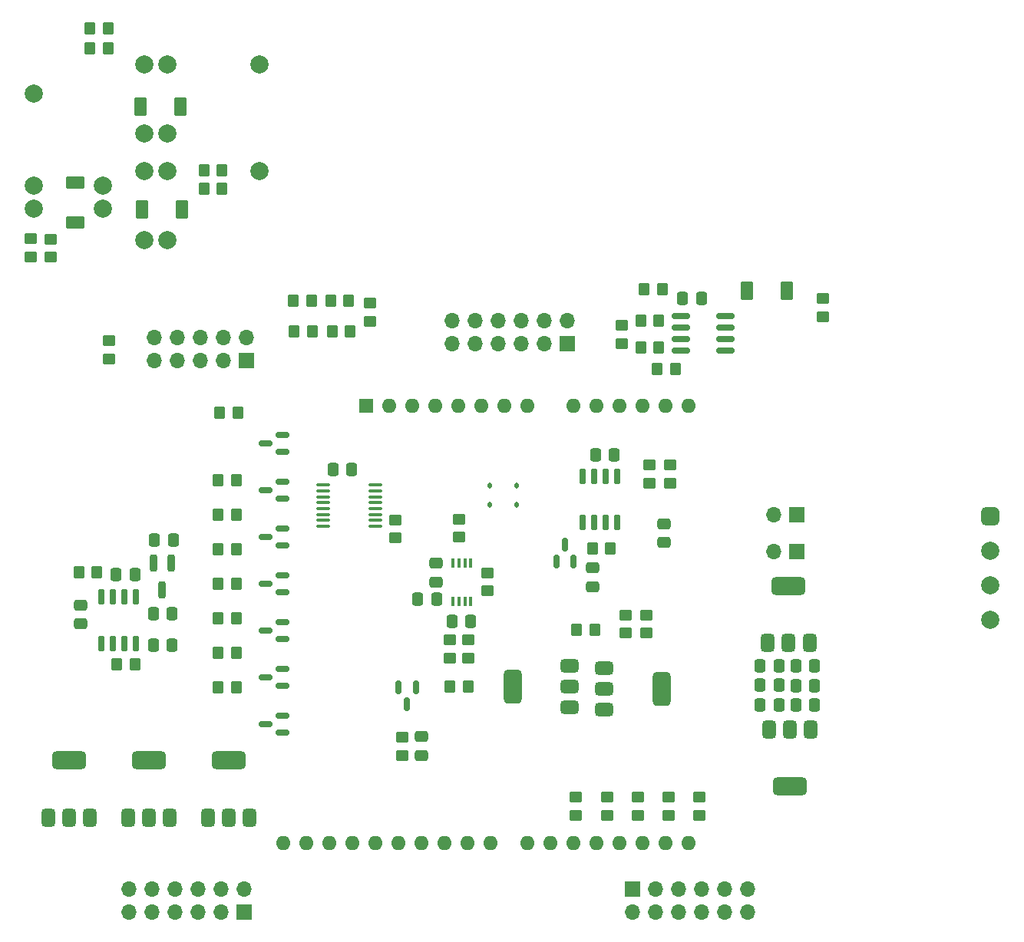
<source format=gbr>
%TF.GenerationSoftware,KiCad,Pcbnew,8.0.1*%
%TF.CreationDate,2024-07-10T12:18:48+02:00*%
%TF.ProjectId,TestBoardArduino,54657374-426f-4617-9264-41726475696e,rev?*%
%TF.SameCoordinates,Original*%
%TF.FileFunction,Soldermask,Bot*%
%TF.FilePolarity,Negative*%
%FSLAX46Y46*%
G04 Gerber Fmt 4.6, Leading zero omitted, Abs format (unit mm)*
G04 Created by KiCad (PCBNEW 8.0.1) date 2024-07-10 12:18:48*
%MOMM*%
%LPD*%
G01*
G04 APERTURE LIST*
G04 Aperture macros list*
%AMRoundRect*
0 Rectangle with rounded corners*
0 $1 Rounding radius*
0 $2 $3 $4 $5 $6 $7 $8 $9 X,Y pos of 4 corners*
0 Add a 4 corners polygon primitive as box body*
4,1,4,$2,$3,$4,$5,$6,$7,$8,$9,$2,$3,0*
0 Add four circle primitives for the rounded corners*
1,1,$1+$1,$2,$3*
1,1,$1+$1,$4,$5*
1,1,$1+$1,$6,$7*
1,1,$1+$1,$8,$9*
0 Add four rect primitives between the rounded corners*
20,1,$1+$1,$2,$3,$4,$5,0*
20,1,$1+$1,$4,$5,$6,$7,0*
20,1,$1+$1,$6,$7,$8,$9,0*
20,1,$1+$1,$8,$9,$2,$3,0*%
G04 Aperture macros list end*
%ADD10R,1.600000X1.600000*%
%ADD11O,1.600000X1.600000*%
%ADD12C,2.000000*%
%ADD13R,1.700000X1.700000*%
%ADD14O,1.700000X1.700000*%
%ADD15RoundRect,0.500000X-0.500000X0.500000X-0.500000X-0.500000X0.500000X-0.500000X0.500000X0.500000X0*%
%ADD16RoundRect,0.250000X-0.337500X-0.475000X0.337500X-0.475000X0.337500X0.475000X-0.337500X0.475000X0*%
%ADD17RoundRect,0.250000X0.450000X-0.350000X0.450000X0.350000X-0.450000X0.350000X-0.450000X-0.350000X0*%
%ADD18RoundRect,0.250000X0.350000X0.450000X-0.350000X0.450000X-0.350000X-0.450000X0.350000X-0.450000X0*%
%ADD19RoundRect,0.150000X0.587500X0.150000X-0.587500X0.150000X-0.587500X-0.150000X0.587500X-0.150000X0*%
%ADD20RoundRect,0.250000X0.337500X0.475000X-0.337500X0.475000X-0.337500X-0.475000X0.337500X-0.475000X0*%
%ADD21RoundRect,0.250000X-0.350000X-0.450000X0.350000X-0.450000X0.350000X0.450000X-0.350000X0.450000X0*%
%ADD22RoundRect,0.250000X-0.475000X0.337500X-0.475000X-0.337500X0.475000X-0.337500X0.475000X0.337500X0*%
%ADD23RoundRect,0.250000X-0.450000X0.350000X-0.450000X-0.350000X0.450000X-0.350000X0.450000X0.350000X0*%
%ADD24RoundRect,0.375000X0.375000X-0.625000X0.375000X0.625000X-0.375000X0.625000X-0.375000X-0.625000X0*%
%ADD25RoundRect,0.500000X1.400000X-0.500000X1.400000X0.500000X-1.400000X0.500000X-1.400000X-0.500000X0*%
%ADD26RoundRect,0.112500X0.112500X-0.187500X0.112500X0.187500X-0.112500X0.187500X-0.112500X-0.187500X0*%
%ADD27RoundRect,0.100000X0.637500X0.100000X-0.637500X0.100000X-0.637500X-0.100000X0.637500X-0.100000X0*%
%ADD28RoundRect,0.375000X0.625000X0.375000X-0.625000X0.375000X-0.625000X-0.375000X0.625000X-0.375000X0*%
%ADD29RoundRect,0.500000X0.500000X1.400000X-0.500000X1.400000X-0.500000X-1.400000X0.500000X-1.400000X0*%
%ADD30RoundRect,0.250000X0.450000X0.800000X-0.450000X0.800000X-0.450000X-0.800000X0.450000X-0.800000X0*%
%ADD31RoundRect,0.250000X0.475000X-0.337500X0.475000X0.337500X-0.475000X0.337500X-0.475000X-0.337500X0*%
%ADD32RoundRect,0.150000X-0.150000X0.725000X-0.150000X-0.725000X0.150000X-0.725000X0.150000X0.725000X0*%
%ADD33RoundRect,0.250000X0.800000X-0.450000X0.800000X0.450000X-0.800000X0.450000X-0.800000X-0.450000X0*%
%ADD34R,0.400000X1.100000*%
%ADD35RoundRect,0.375000X-0.375000X0.625000X-0.375000X-0.625000X0.375000X-0.625000X0.375000X0.625000X0*%
%ADD36RoundRect,0.500000X-1.400000X0.500000X-1.400000X-0.500000X1.400000X-0.500000X1.400000X0.500000X0*%
%ADD37RoundRect,0.250000X-0.450000X-0.800000X0.450000X-0.800000X0.450000X0.800000X-0.450000X0.800000X0*%
%ADD38RoundRect,0.150000X0.825000X0.150000X-0.825000X0.150000X-0.825000X-0.150000X0.825000X-0.150000X0*%
%ADD39RoundRect,0.150000X0.150000X-0.587500X0.150000X0.587500X-0.150000X0.587500X-0.150000X-0.587500X0*%
%ADD40RoundRect,0.150000X-0.150000X0.587500X-0.150000X-0.587500X0.150000X-0.587500X0.150000X0.587500X0*%
%ADD41RoundRect,0.200000X-0.200000X0.750000X-0.200000X-0.750000X0.200000X-0.750000X0.200000X0.750000X0*%
%ADD42RoundRect,0.375000X-0.625000X-0.375000X0.625000X-0.375000X0.625000X0.375000X-0.625000X0.375000X0*%
%ADD43RoundRect,0.500000X-0.500000X-1.400000X0.500000X-1.400000X0.500000X1.400000X-0.500000X1.400000X0*%
%ADD44RoundRect,0.150000X0.150000X-0.725000X0.150000X0.725000X-0.150000X0.725000X-0.150000X-0.725000X0*%
G04 APERTURE END LIST*
D10*
%TO.C,A1*%
X103758547Y-74345800D03*
D11*
X106298547Y-74345800D03*
X108838547Y-74345800D03*
X111378547Y-74345800D03*
X113918547Y-74345800D03*
X116458547Y-74345800D03*
X118998547Y-74345800D03*
X121538547Y-74345800D03*
X126618547Y-74345800D03*
X129158547Y-74345800D03*
X131698547Y-74345800D03*
X134238547Y-74345800D03*
X136778547Y-74345800D03*
X139318547Y-74345800D03*
X139318547Y-122605800D03*
X136778547Y-122605800D03*
X134238547Y-122605800D03*
X131698547Y-122605800D03*
X129158547Y-122605800D03*
X126618547Y-122605800D03*
X124078547Y-122605800D03*
X121538547Y-122605800D03*
X117478547Y-122605800D03*
X114938547Y-122605800D03*
X112398547Y-122605800D03*
X109858547Y-122605800D03*
X107318547Y-122605800D03*
X104778547Y-122605800D03*
X102238547Y-122605800D03*
X99698547Y-122605800D03*
X97158547Y-122605800D03*
X94618547Y-122605800D03*
%TD*%
D12*
%TO.C,K3*%
X79270547Y-56114000D03*
X81810547Y-56114000D03*
X79270547Y-48494000D03*
X81810547Y-48494000D03*
X91970547Y-48494000D03*
%TD*%
%TO.C,K2*%
X79270547Y-44338400D03*
X81810547Y-44338400D03*
X79270547Y-36718400D03*
X81810547Y-36718400D03*
X91970547Y-36718400D03*
%TD*%
D13*
%TO.C,J6*%
X151236547Y-86435800D03*
D14*
X148696547Y-86435800D03*
%TD*%
D12*
%TO.C,K1*%
X74767147Y-52631200D03*
X74767147Y-50091200D03*
X67147147Y-52631200D03*
X67147147Y-50091200D03*
X67147147Y-39931200D03*
%TD*%
D13*
%TO.C,J7*%
X151236547Y-90435800D03*
D14*
X148696547Y-90435800D03*
%TD*%
D15*
%TO.C,J5*%
X172643347Y-86588600D03*
D12*
X172643347Y-90398600D03*
X172643347Y-94208600D03*
X172643347Y-98018600D03*
%TD*%
D16*
%TO.C,C2*%
X129075047Y-79822800D03*
X131150047Y-79822800D03*
%TD*%
D17*
%TO.C,R27*%
X75437547Y-69208400D03*
X75437547Y-67208400D03*
%TD*%
D18*
%TO.C,R31*%
X101837547Y-62763400D03*
X99837547Y-62763400D03*
%TD*%
D19*
%TO.C,D6*%
X94577447Y-87893568D03*
X94577447Y-89793568D03*
X92702447Y-88843568D03*
%TD*%
D20*
%TO.C,C6*%
X111527047Y-95748600D03*
X109452047Y-95748600D03*
%TD*%
D17*
%TO.C,R8*%
X135041947Y-82880200D03*
X135041947Y-80880200D03*
%TD*%
D21*
%TO.C,R23*%
X87432947Y-82575400D03*
X89432947Y-82575400D03*
%TD*%
D22*
%TO.C,C3*%
X109905347Y-110900300D03*
X109905347Y-112975300D03*
%TD*%
D18*
%TO.C,R28*%
X102024747Y-66116200D03*
X100024747Y-66116200D03*
%TD*%
D17*
%TO.C,R53*%
X140512347Y-119592600D03*
X140512347Y-117592600D03*
%TD*%
D23*
%TO.C,R58*%
X106966647Y-86965400D03*
X106966647Y-88965400D03*
%TD*%
D19*
%TO.C,D4*%
X94577447Y-103374867D03*
X94577447Y-105274867D03*
X92702447Y-104324867D03*
%TD*%
D24*
%TO.C,U7*%
X152667547Y-100559000D03*
X150367547Y-100559000D03*
D25*
X150367547Y-94259000D03*
D24*
X148067547Y-100559000D03*
%TD*%
D17*
%TO.C,R57*%
X126923347Y-119592600D03*
X126923347Y-117592600D03*
%TD*%
D19*
%TO.C,D3*%
X94577447Y-108535300D03*
X94577447Y-110435300D03*
X92702447Y-109485300D03*
%TD*%
D17*
%TO.C,R56*%
X130320597Y-119592600D03*
X130320597Y-117592600D03*
%TD*%
D26*
%TO.C,D1*%
X120373747Y-85292400D03*
X120373747Y-83192400D03*
%TD*%
D23*
%TO.C,R2*%
X107720947Y-110988600D03*
X107720947Y-112988600D03*
%TD*%
D18*
%TO.C,R16*%
X87892947Y-50419000D03*
X85892947Y-50419000D03*
%TD*%
%TO.C,R50*%
X136051347Y-64987400D03*
X134051347Y-64987400D03*
%TD*%
D21*
%TO.C,R21*%
X87432947Y-86385400D03*
X89432947Y-86385400D03*
%TD*%
D16*
%TO.C,C22*%
X147208547Y-105156000D03*
X149283547Y-105156000D03*
%TD*%
%TO.C,C34*%
X80408347Y-89224200D03*
X82483347Y-89224200D03*
%TD*%
D21*
%TO.C,R44*%
X72089247Y-92780200D03*
X74089247Y-92780200D03*
%TD*%
D17*
%TO.C,R24*%
X66772547Y-57921400D03*
X66772547Y-55921400D03*
%TD*%
%TO.C,R5*%
X134670347Y-99466400D03*
X134670347Y-97466400D03*
%TD*%
D27*
%TO.C,U12*%
X104766847Y-83119800D03*
X104766847Y-83769800D03*
X104766847Y-84419800D03*
X104766847Y-85069800D03*
X104766847Y-85719800D03*
X104766847Y-86369800D03*
X104766847Y-87019800D03*
X104766847Y-87669800D03*
X99041847Y-87669800D03*
X99041847Y-87019800D03*
X99041847Y-86369800D03*
X99041847Y-85719800D03*
X99041847Y-85069800D03*
X99041847Y-84419800D03*
X99041847Y-83769800D03*
X99041847Y-83119800D03*
%TD*%
D17*
%TO.C,R10*%
X115036147Y-102235000D03*
X115036147Y-100235000D03*
%TD*%
%TO.C,R9*%
X112978747Y-102235000D03*
X112978747Y-100235000D03*
%TD*%
D28*
%TO.C,Q2*%
X126237947Y-103075200D03*
X126237947Y-105375200D03*
D29*
X119937947Y-105375200D03*
D28*
X126237947Y-107675200D03*
%TD*%
D22*
%TO.C,C5*%
X111480147Y-91739300D03*
X111480147Y-93814300D03*
%TD*%
D30*
%TO.C,D10*%
X150179947Y-61696600D03*
X145779947Y-61696600D03*
%TD*%
D17*
%TO.C,R22*%
X68985947Y-57972200D03*
X68985947Y-55972200D03*
%TD*%
D21*
%TO.C,R25*%
X87432947Y-94005400D03*
X89432947Y-94005400D03*
%TD*%
D17*
%TO.C,R12*%
X113994747Y-88874600D03*
X113994747Y-86874600D03*
%TD*%
D18*
%TO.C,R51*%
X136051347Y-67937400D03*
X134051347Y-67937400D03*
%TD*%
%TO.C,R48*%
X136432347Y-61482200D03*
X134432347Y-61482200D03*
%TD*%
D21*
%TO.C,R17*%
X87432947Y-97815400D03*
X89432947Y-97815400D03*
%TD*%
D16*
%TO.C,C35*%
X138687447Y-62523600D03*
X140762447Y-62523600D03*
%TD*%
D21*
%TO.C,R20*%
X73319947Y-32715200D03*
X75319947Y-32715200D03*
%TD*%
D17*
%TO.C,R7*%
X137277147Y-82880200D03*
X137277147Y-80880200D03*
%TD*%
D16*
%TO.C,C36*%
X100112547Y-81437600D03*
X102187547Y-81437600D03*
%TD*%
D21*
%TO.C,R35*%
X87594747Y-75158600D03*
X89594747Y-75158600D03*
%TD*%
D31*
%TO.C,C1*%
X128715547Y-94347700D03*
X128715547Y-92272700D03*
%TD*%
D16*
%TO.C,C7*%
X113211247Y-98161600D03*
X115286247Y-98161600D03*
%TD*%
%TO.C,C15*%
X147208547Y-107365800D03*
X149283547Y-107365800D03*
%TD*%
D24*
%TO.C,Q3*%
X90933447Y-119812200D03*
X88633447Y-119812200D03*
D25*
X88633447Y-113512200D03*
D24*
X86333447Y-119812200D03*
%TD*%
%TO.C,Q5*%
X73293747Y-119812200D03*
X70993747Y-119812200D03*
D25*
X70993747Y-113512200D03*
D24*
X68693747Y-119812200D03*
%TD*%
D19*
%TO.C,D7*%
X94577447Y-82733135D03*
X94577447Y-84633135D03*
X92702447Y-83683135D03*
%TD*%
D21*
%TO.C,R18*%
X73319947Y-34950400D03*
X75319947Y-34950400D03*
%TD*%
D19*
%TO.C,D8*%
X94577447Y-77572700D03*
X94577447Y-79472700D03*
X92702447Y-78522700D03*
%TD*%
D20*
%TO.C,C18*%
X153255347Y-107365800D03*
X151180347Y-107365800D03*
%TD*%
D13*
%TO.C,J2*%
X133146347Y-127685800D03*
D14*
X133146347Y-130225800D03*
X135686347Y-127685800D03*
X135686347Y-130225800D03*
X138226347Y-127685800D03*
X138226347Y-130225800D03*
X140766347Y-127685800D03*
X140766347Y-130225800D03*
X143306347Y-127685800D03*
X143306347Y-130225800D03*
X145846347Y-127685800D03*
X145846347Y-130225800D03*
%TD*%
D31*
%TO.C,C4*%
X136626147Y-89470900D03*
X136626147Y-87395900D03*
%TD*%
D32*
%TO.C,U8*%
X74573947Y-95469000D03*
X75843947Y-95469000D03*
X77113947Y-95469000D03*
X78383947Y-95469000D03*
X78383947Y-100619000D03*
X77113947Y-100619000D03*
X75843947Y-100619000D03*
X74573947Y-100619000D03*
%TD*%
D33*
%TO.C,D13*%
X71703747Y-54117600D03*
X71703747Y-49717600D03*
%TD*%
D21*
%TO.C,R19*%
X87432947Y-90195400D03*
X89432947Y-90195400D03*
%TD*%
D13*
%TO.C,J3*%
X90575947Y-69392800D03*
D14*
X90575947Y-66852800D03*
X88035947Y-69392800D03*
X88035947Y-66852800D03*
X85495947Y-69392800D03*
X85495947Y-66852800D03*
X82955947Y-69392800D03*
X82955947Y-66852800D03*
X80415947Y-69392800D03*
X80415947Y-66852800D03*
%TD*%
D23*
%TO.C,R33*%
X154152147Y-62525400D03*
X154152147Y-64525400D03*
%TD*%
D17*
%TO.C,R6*%
X132409747Y-99466400D03*
X132409747Y-97466400D03*
%TD*%
D18*
%TO.C,R32*%
X97757547Y-62763400D03*
X95757547Y-62763400D03*
%TD*%
D13*
%TO.C,J4*%
X125983547Y-67538600D03*
D14*
X125983547Y-64998600D03*
X123443547Y-67538600D03*
X123443547Y-64998600D03*
X120903547Y-67538600D03*
X120903547Y-64998600D03*
X118363547Y-67538600D03*
X118363547Y-64998600D03*
X115823547Y-67538600D03*
X115823547Y-64998600D03*
X113283547Y-67538600D03*
X113283547Y-64998600D03*
%TD*%
D34*
%TO.C,U3*%
X115299947Y-95993600D03*
X114649947Y-95993600D03*
X113999947Y-95993600D03*
X113349947Y-95993600D03*
X113349947Y-91693600D03*
X113999947Y-91693600D03*
X114649947Y-91693600D03*
X115299947Y-91693600D03*
%TD*%
D22*
%TO.C,C29*%
X72301847Y-96365500D03*
X72301847Y-98440500D03*
%TD*%
D35*
%TO.C,U6*%
X148206647Y-110083200D03*
X150506647Y-110083200D03*
D36*
X150506647Y-116383200D03*
D35*
X152806647Y-110083200D03*
%TD*%
D37*
%TO.C,D14*%
X78901747Y-41351200D03*
X83301747Y-41351200D03*
%TD*%
D38*
%TO.C,U11*%
X143430347Y-64428600D03*
X143430347Y-65698600D03*
X143430347Y-66968600D03*
X143430347Y-68238600D03*
X138480347Y-68238600D03*
X138480347Y-66968600D03*
X138480347Y-65698600D03*
X138480347Y-64428600D03*
%TD*%
D39*
%TO.C,U2*%
X126653147Y-91583000D03*
X124753147Y-91583000D03*
X125703147Y-89708000D03*
%TD*%
D19*
%TO.C,D9*%
X94577447Y-93054001D03*
X94577447Y-94954001D03*
X92702447Y-94004001D03*
%TD*%
D17*
%TO.C,R55*%
X133717847Y-119592600D03*
X133717847Y-117592600D03*
%TD*%
%TO.C,R54*%
X137115097Y-119592600D03*
X137115097Y-117592600D03*
%TD*%
%TO.C,R52*%
X131952547Y-67511400D03*
X131952547Y-65511400D03*
%TD*%
D20*
%TO.C,C19*%
X153245947Y-105232200D03*
X151170947Y-105232200D03*
%TD*%
D18*
%TO.C,R29*%
X97808347Y-66116200D03*
X95808347Y-66116200D03*
%TD*%
D40*
%TO.C,U4*%
X107341047Y-105402900D03*
X109241047Y-105402900D03*
X108291047Y-107277900D03*
%TD*%
D21*
%TO.C,R4*%
X126964747Y-99101400D03*
X128964747Y-99101400D03*
%TD*%
D16*
%TO.C,C28*%
X76191947Y-92983400D03*
X78266947Y-92983400D03*
%TD*%
D41*
%TO.C,U10*%
X80328947Y-91686600D03*
X82228947Y-91686600D03*
X81278947Y-94686600D03*
%TD*%
D13*
%TO.C,J1*%
X90271147Y-130225800D03*
D14*
X90271147Y-127685800D03*
X87731147Y-130225800D03*
X87731147Y-127685800D03*
X85191147Y-130225800D03*
X85191147Y-127685800D03*
X82651147Y-130225800D03*
X82651147Y-127685800D03*
X80111147Y-130225800D03*
X80111147Y-127685800D03*
X77571147Y-130225800D03*
X77571147Y-127685800D03*
%TD*%
D18*
%TO.C,R14*%
X87892947Y-48336200D03*
X85892947Y-48336200D03*
%TD*%
D21*
%TO.C,R49*%
X135880147Y-70346800D03*
X137880147Y-70346800D03*
%TD*%
D16*
%TO.C,C31*%
X80281347Y-100781200D03*
X82356347Y-100781200D03*
%TD*%
D19*
%TO.C,D5*%
X94577447Y-98214434D03*
X94577447Y-100114434D03*
X92702447Y-99164434D03*
%TD*%
D42*
%TO.C,Q1*%
X130047147Y-107903800D03*
X130047147Y-105603800D03*
D43*
X136347147Y-105603800D03*
D42*
X130047147Y-103303800D03*
%TD*%
D24*
%TO.C,Q4*%
X82113597Y-119812200D03*
X79813597Y-119812200D03*
D25*
X79813597Y-113512200D03*
D24*
X77513597Y-119812200D03*
%TD*%
D21*
%TO.C,R45*%
X76254847Y-102914800D03*
X78254847Y-102914800D03*
%TD*%
D20*
%TO.C,C17*%
X153220547Y-103073200D03*
X151145547Y-103073200D03*
%TD*%
D21*
%TO.C,R13*%
X87432947Y-105435400D03*
X89432947Y-105435400D03*
%TD*%
D37*
%TO.C,D15*%
X79079547Y-52705000D03*
X83479547Y-52705000D03*
%TD*%
D21*
%TO.C,R15*%
X87432947Y-101625400D03*
X89432947Y-101625400D03*
%TD*%
D17*
%TO.C,R30*%
X104158547Y-65024000D03*
X104158547Y-63024000D03*
%TD*%
D16*
%TO.C,C32*%
X80281347Y-97276000D03*
X82356347Y-97276000D03*
%TD*%
D17*
%TO.C,R11*%
X117169747Y-94792800D03*
X117169747Y-92792800D03*
%TD*%
D21*
%TO.C,R3*%
X113020147Y-105349800D03*
X115020147Y-105349800D03*
%TD*%
D18*
%TO.C,R1*%
X130715547Y-90160600D03*
X128715547Y-90160600D03*
%TD*%
D26*
%TO.C,D2*%
X117423747Y-85292400D03*
X117423747Y-83192400D03*
%TD*%
D44*
%TO.C,U1*%
X131444547Y-87274600D03*
X130174547Y-87274600D03*
X128904547Y-87274600D03*
X127634547Y-87274600D03*
X127634547Y-82124600D03*
X128904547Y-82124600D03*
X130174547Y-82124600D03*
X131444547Y-82124600D03*
%TD*%
D16*
%TO.C,C20*%
X147208547Y-103047800D03*
X149283547Y-103047800D03*
%TD*%
M02*

</source>
